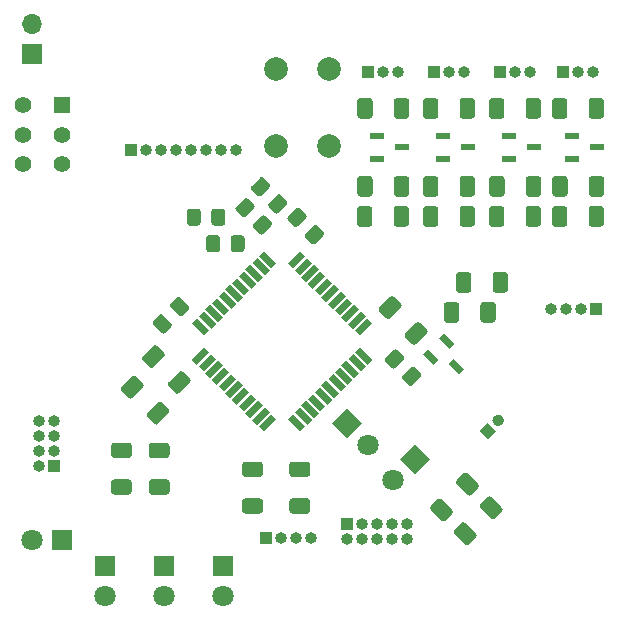
<source format=gbr>
%TF.GenerationSoftware,KiCad,Pcbnew,(5.1.9)-1*%
%TF.CreationDate,2021-03-05T00:07:22+01:00*%
%TF.ProjectId,FIGS,46494753-2e6b-4696-9361-645f70636258,1x*%
%TF.SameCoordinates,Original*%
%TF.FileFunction,Soldermask,Top*%
%TF.FilePolarity,Negative*%
%FSLAX46Y46*%
G04 Gerber Fmt 4.6, Leading zero omitted, Abs format (unit mm)*
G04 Created by KiCad (PCBNEW (5.1.9)-1) date 2021-03-05 00:07:22*
%MOMM*%
%LPD*%
G01*
G04 APERTURE LIST*
%ADD10O,1.000000X1.000000*%
%ADD11R,1.000000X1.000000*%
%ADD12C,0.100000*%
%ADD13C,2.000000*%
%ADD14C,1.400000*%
%ADD15R,1.400000X1.400000*%
%ADD16R,1.250000X0.600000*%
%ADD17C,1.800000*%
%ADD18R,1.800000X1.800000*%
%ADD19O,1.700000X1.700000*%
%ADD20R,1.700000X1.700000*%
G04 APERTURE END LIST*
D10*
%TO.C,J1*%
X55118000Y-37846000D03*
X53848000Y-37846000D03*
X52578000Y-37846000D03*
X51308000Y-37846000D03*
X50038000Y-37846000D03*
X48768000Y-37846000D03*
X47498000Y-37846000D03*
D11*
X46228000Y-37846000D03*
%TD*%
D12*
%TO.C,IC1*%
G36*
X52423907Y-53505025D02*
G01*
X51363247Y-52444365D01*
X51787511Y-52020101D01*
X52848171Y-53080761D01*
X52423907Y-53505025D01*
G37*
G36*
X52989592Y-52939340D02*
G01*
X51928932Y-51878680D01*
X52353196Y-51454416D01*
X53413856Y-52515076D01*
X52989592Y-52939340D01*
G37*
G36*
X53555278Y-52373654D02*
G01*
X52494618Y-51312994D01*
X52918882Y-50888730D01*
X53979542Y-51949390D01*
X53555278Y-52373654D01*
G37*
G36*
X54120963Y-51807969D02*
G01*
X53060303Y-50747309D01*
X53484567Y-50323045D01*
X54545227Y-51383705D01*
X54120963Y-51807969D01*
G37*
G36*
X54686649Y-51242283D02*
G01*
X53625989Y-50181623D01*
X54050253Y-49757359D01*
X55110913Y-50818019D01*
X54686649Y-51242283D01*
G37*
G36*
X55252334Y-50676598D02*
G01*
X54191674Y-49615938D01*
X54615938Y-49191674D01*
X55676598Y-50252334D01*
X55252334Y-50676598D01*
G37*
G36*
X55818019Y-50110913D02*
G01*
X54757359Y-49050253D01*
X55181623Y-48625989D01*
X56242283Y-49686649D01*
X55818019Y-50110913D01*
G37*
G36*
X56383705Y-49545227D02*
G01*
X55323045Y-48484567D01*
X55747309Y-48060303D01*
X56807969Y-49120963D01*
X56383705Y-49545227D01*
G37*
G36*
X56949390Y-48979542D02*
G01*
X55888730Y-47918882D01*
X56312994Y-47494618D01*
X57373654Y-48555278D01*
X56949390Y-48979542D01*
G37*
G36*
X57515076Y-48413856D02*
G01*
X56454416Y-47353196D01*
X56878680Y-46928932D01*
X57939340Y-47989592D01*
X57515076Y-48413856D01*
G37*
G36*
X58080761Y-47848171D02*
G01*
X57020101Y-46787511D01*
X57444365Y-46363247D01*
X58505025Y-47423907D01*
X58080761Y-47848171D01*
G37*
G36*
X60979899Y-46787511D02*
G01*
X59919239Y-47848171D01*
X59494975Y-47423907D01*
X60555635Y-46363247D01*
X60979899Y-46787511D01*
G37*
G36*
X61545584Y-47353196D02*
G01*
X60484924Y-48413856D01*
X60060660Y-47989592D01*
X61121320Y-46928932D01*
X61545584Y-47353196D01*
G37*
G36*
X62111270Y-47918882D02*
G01*
X61050610Y-48979542D01*
X60626346Y-48555278D01*
X61687006Y-47494618D01*
X62111270Y-47918882D01*
G37*
G36*
X62676955Y-48484567D02*
G01*
X61616295Y-49545227D01*
X61192031Y-49120963D01*
X62252691Y-48060303D01*
X62676955Y-48484567D01*
G37*
G36*
X63242641Y-49050253D02*
G01*
X62181981Y-50110913D01*
X61757717Y-49686649D01*
X62818377Y-48625989D01*
X63242641Y-49050253D01*
G37*
G36*
X63808326Y-49615938D02*
G01*
X62747666Y-50676598D01*
X62323402Y-50252334D01*
X63384062Y-49191674D01*
X63808326Y-49615938D01*
G37*
G36*
X64374011Y-50181623D02*
G01*
X63313351Y-51242283D01*
X62889087Y-50818019D01*
X63949747Y-49757359D01*
X64374011Y-50181623D01*
G37*
G36*
X64939697Y-50747309D02*
G01*
X63879037Y-51807969D01*
X63454773Y-51383705D01*
X64515433Y-50323045D01*
X64939697Y-50747309D01*
G37*
G36*
X65505382Y-51312994D02*
G01*
X64444722Y-52373654D01*
X64020458Y-51949390D01*
X65081118Y-50888730D01*
X65505382Y-51312994D01*
G37*
G36*
X66071068Y-51878680D02*
G01*
X65010408Y-52939340D01*
X64586144Y-52515076D01*
X65646804Y-51454416D01*
X66071068Y-51878680D01*
G37*
G36*
X66636753Y-52444365D02*
G01*
X65576093Y-53505025D01*
X65151829Y-53080761D01*
X66212489Y-52020101D01*
X66636753Y-52444365D01*
G37*
G36*
X66212489Y-55979899D02*
G01*
X65151829Y-54919239D01*
X65576093Y-54494975D01*
X66636753Y-55555635D01*
X66212489Y-55979899D01*
G37*
G36*
X65646804Y-56545584D02*
G01*
X64586144Y-55484924D01*
X65010408Y-55060660D01*
X66071068Y-56121320D01*
X65646804Y-56545584D01*
G37*
G36*
X65081118Y-57111270D02*
G01*
X64020458Y-56050610D01*
X64444722Y-55626346D01*
X65505382Y-56687006D01*
X65081118Y-57111270D01*
G37*
G36*
X64515433Y-57676955D02*
G01*
X63454773Y-56616295D01*
X63879037Y-56192031D01*
X64939697Y-57252691D01*
X64515433Y-57676955D01*
G37*
G36*
X63949747Y-58242641D02*
G01*
X62889087Y-57181981D01*
X63313351Y-56757717D01*
X64374011Y-57818377D01*
X63949747Y-58242641D01*
G37*
G36*
X63384062Y-58808326D02*
G01*
X62323402Y-57747666D01*
X62747666Y-57323402D01*
X63808326Y-58384062D01*
X63384062Y-58808326D01*
G37*
G36*
X62818377Y-59374011D02*
G01*
X61757717Y-58313351D01*
X62181981Y-57889087D01*
X63242641Y-58949747D01*
X62818377Y-59374011D01*
G37*
G36*
X62252691Y-59939697D02*
G01*
X61192031Y-58879037D01*
X61616295Y-58454773D01*
X62676955Y-59515433D01*
X62252691Y-59939697D01*
G37*
G36*
X61687006Y-60505382D02*
G01*
X60626346Y-59444722D01*
X61050610Y-59020458D01*
X62111270Y-60081118D01*
X61687006Y-60505382D01*
G37*
G36*
X61121320Y-61071068D02*
G01*
X60060660Y-60010408D01*
X60484924Y-59586144D01*
X61545584Y-60646804D01*
X61121320Y-61071068D01*
G37*
G36*
X60555635Y-61636753D02*
G01*
X59494975Y-60576093D01*
X59919239Y-60151829D01*
X60979899Y-61212489D01*
X60555635Y-61636753D01*
G37*
G36*
X58505025Y-60576093D02*
G01*
X57444365Y-61636753D01*
X57020101Y-61212489D01*
X58080761Y-60151829D01*
X58505025Y-60576093D01*
G37*
G36*
X57939340Y-60010408D02*
G01*
X56878680Y-61071068D01*
X56454416Y-60646804D01*
X57515076Y-59586144D01*
X57939340Y-60010408D01*
G37*
G36*
X57373654Y-59444722D02*
G01*
X56312994Y-60505382D01*
X55888730Y-60081118D01*
X56949390Y-59020458D01*
X57373654Y-59444722D01*
G37*
G36*
X56807969Y-58879037D02*
G01*
X55747309Y-59939697D01*
X55323045Y-59515433D01*
X56383705Y-58454773D01*
X56807969Y-58879037D01*
G37*
G36*
X56242283Y-58313351D02*
G01*
X55181623Y-59374011D01*
X54757359Y-58949747D01*
X55818019Y-57889087D01*
X56242283Y-58313351D01*
G37*
G36*
X55676598Y-57747666D02*
G01*
X54615938Y-58808326D01*
X54191674Y-58384062D01*
X55252334Y-57323402D01*
X55676598Y-57747666D01*
G37*
G36*
X55110913Y-57181981D02*
G01*
X54050253Y-58242641D01*
X53625989Y-57818377D01*
X54686649Y-56757717D01*
X55110913Y-57181981D01*
G37*
G36*
X54545227Y-56616295D02*
G01*
X53484567Y-57676955D01*
X53060303Y-57252691D01*
X54120963Y-56192031D01*
X54545227Y-56616295D01*
G37*
G36*
X53979542Y-56050610D02*
G01*
X52918882Y-57111270D01*
X52494618Y-56687006D01*
X53555278Y-55626346D01*
X53979542Y-56050610D01*
G37*
G36*
X53413856Y-55484924D02*
G01*
X52353196Y-56545584D01*
X51928932Y-56121320D01*
X52989592Y-55060660D01*
X53413856Y-55484924D01*
G37*
G36*
X52848171Y-54919239D02*
G01*
X51787511Y-55979899D01*
X51363247Y-55555635D01*
X52423907Y-54494975D01*
X52848171Y-54919239D01*
G37*
%TD*%
%TO.C,R10*%
G36*
G01*
X76820000Y-49647000D02*
X76820000Y-48397000D01*
G75*
G02*
X77070000Y-48147000I250000J0D01*
G01*
X77870000Y-48147000D01*
G75*
G02*
X78120000Y-48397000I0J-250000D01*
G01*
X78120000Y-49647000D01*
G75*
G02*
X77870000Y-49897000I-250000J0D01*
G01*
X77070000Y-49897000D01*
G75*
G02*
X76820000Y-49647000I0J250000D01*
G01*
G37*
G36*
G01*
X73720000Y-49647000D02*
X73720000Y-48397000D01*
G75*
G02*
X73970000Y-48147000I250000J0D01*
G01*
X74770000Y-48147000D01*
G75*
G02*
X75020000Y-48397000I0J-250000D01*
G01*
X75020000Y-49647000D01*
G75*
G02*
X74770000Y-49897000I-250000J0D01*
G01*
X73970000Y-49897000D01*
G75*
G02*
X73720000Y-49647000I0J250000D01*
G01*
G37*
%TD*%
D13*
%TO.C,SW2*%
X62992000Y-37488000D03*
X58492000Y-37488000D03*
X62992000Y-30988000D03*
X58492000Y-30988000D03*
%TD*%
D14*
%TO.C,SW1*%
X37086000Y-39036000D03*
X37086000Y-36536000D03*
X37086000Y-34036000D03*
X40386000Y-39036000D03*
X40386000Y-36536000D03*
D15*
X40386000Y-34036000D03*
%TD*%
%TO.C,R28*%
G36*
G01*
X69055545Y-51171662D02*
X68171662Y-52055545D01*
G75*
G02*
X67818108Y-52055545I-176777J176777D01*
G01*
X67252423Y-51489860D01*
G75*
G02*
X67252423Y-51136306I176777J176777D01*
G01*
X68136306Y-50252423D01*
G75*
G02*
X68489860Y-50252423I176777J-176777D01*
G01*
X69055545Y-50818108D01*
G75*
G02*
X69055545Y-51171662I-176777J-176777D01*
G01*
G37*
G36*
G01*
X71247577Y-53363694D02*
X70363694Y-54247577D01*
G75*
G02*
X70010140Y-54247577I-176777J176777D01*
G01*
X69444455Y-53681892D01*
G75*
G02*
X69444455Y-53328338I176777J176777D01*
G01*
X70328338Y-52444455D01*
G75*
G02*
X70681892Y-52444455I176777J-176777D01*
G01*
X71247577Y-53010140D01*
G75*
G02*
X71247577Y-53363694I-176777J-176777D01*
G01*
G37*
%TD*%
%TO.C,R27*%
G36*
G01*
X79640000Y-41519000D02*
X79640000Y-40269000D01*
G75*
G02*
X79890000Y-40019000I250000J0D01*
G01*
X80690000Y-40019000D01*
G75*
G02*
X80940000Y-40269000I0J-250000D01*
G01*
X80940000Y-41519000D01*
G75*
G02*
X80690000Y-41769000I-250000J0D01*
G01*
X79890000Y-41769000D01*
G75*
G02*
X79640000Y-41519000I0J250000D01*
G01*
G37*
G36*
G01*
X76540000Y-41519000D02*
X76540000Y-40269000D01*
G75*
G02*
X76790000Y-40019000I250000J0D01*
G01*
X77590000Y-40019000D01*
G75*
G02*
X77840000Y-40269000I0J-250000D01*
G01*
X77840000Y-41519000D01*
G75*
G02*
X77590000Y-41769000I-250000J0D01*
G01*
X76790000Y-41769000D01*
G75*
G02*
X76540000Y-41519000I0J250000D01*
G01*
G37*
%TD*%
%TO.C,R26*%
G36*
G01*
X79614000Y-34915000D02*
X79614000Y-33665000D01*
G75*
G02*
X79864000Y-33415000I250000J0D01*
G01*
X80664000Y-33415000D01*
G75*
G02*
X80914000Y-33665000I0J-250000D01*
G01*
X80914000Y-34915000D01*
G75*
G02*
X80664000Y-35165000I-250000J0D01*
G01*
X79864000Y-35165000D01*
G75*
G02*
X79614000Y-34915000I0J250000D01*
G01*
G37*
G36*
G01*
X76514000Y-34915000D02*
X76514000Y-33665000D01*
G75*
G02*
X76764000Y-33415000I250000J0D01*
G01*
X77564000Y-33415000D01*
G75*
G02*
X77814000Y-33665000I0J-250000D01*
G01*
X77814000Y-34915000D01*
G75*
G02*
X77564000Y-35165000I-250000J0D01*
G01*
X76764000Y-35165000D01*
G75*
G02*
X76514000Y-34915000I0J250000D01*
G01*
G37*
%TD*%
%TO.C,R25*%
G36*
G01*
X68464000Y-41519000D02*
X68464000Y-40269000D01*
G75*
G02*
X68714000Y-40019000I250000J0D01*
G01*
X69514000Y-40019000D01*
G75*
G02*
X69764000Y-40269000I0J-250000D01*
G01*
X69764000Y-41519000D01*
G75*
G02*
X69514000Y-41769000I-250000J0D01*
G01*
X68714000Y-41769000D01*
G75*
G02*
X68464000Y-41519000I0J250000D01*
G01*
G37*
G36*
G01*
X65364000Y-41519000D02*
X65364000Y-40269000D01*
G75*
G02*
X65614000Y-40019000I250000J0D01*
G01*
X66414000Y-40019000D01*
G75*
G02*
X66664000Y-40269000I0J-250000D01*
G01*
X66664000Y-41519000D01*
G75*
G02*
X66414000Y-41769000I-250000J0D01*
G01*
X65614000Y-41769000D01*
G75*
G02*
X65364000Y-41519000I0J250000D01*
G01*
G37*
%TD*%
%TO.C,R24*%
G36*
G01*
X68464000Y-34915000D02*
X68464000Y-33665000D01*
G75*
G02*
X68714000Y-33415000I250000J0D01*
G01*
X69514000Y-33415000D01*
G75*
G02*
X69764000Y-33665000I0J-250000D01*
G01*
X69764000Y-34915000D01*
G75*
G02*
X69514000Y-35165000I-250000J0D01*
G01*
X68714000Y-35165000D01*
G75*
G02*
X68464000Y-34915000I0J250000D01*
G01*
G37*
G36*
G01*
X65364000Y-34915000D02*
X65364000Y-33665000D01*
G75*
G02*
X65614000Y-33415000I250000J0D01*
G01*
X66414000Y-33415000D01*
G75*
G02*
X66664000Y-33665000I0J-250000D01*
G01*
X66664000Y-34915000D01*
G75*
G02*
X66414000Y-35165000I-250000J0D01*
G01*
X65614000Y-35165000D01*
G75*
G02*
X65364000Y-34915000I0J250000D01*
G01*
G37*
%TD*%
%TO.C,R23*%
G36*
G01*
X77814000Y-42809000D02*
X77814000Y-44059000D01*
G75*
G02*
X77564000Y-44309000I-250000J0D01*
G01*
X76764000Y-44309000D01*
G75*
G02*
X76514000Y-44059000I0J250000D01*
G01*
X76514000Y-42809000D01*
G75*
G02*
X76764000Y-42559000I250000J0D01*
G01*
X77564000Y-42559000D01*
G75*
G02*
X77814000Y-42809000I0J-250000D01*
G01*
G37*
G36*
G01*
X80914000Y-42809000D02*
X80914000Y-44059000D01*
G75*
G02*
X80664000Y-44309000I-250000J0D01*
G01*
X79864000Y-44309000D01*
G75*
G02*
X79614000Y-44059000I0J250000D01*
G01*
X79614000Y-42809000D01*
G75*
G02*
X79864000Y-42559000I250000J0D01*
G01*
X80664000Y-42559000D01*
G75*
G02*
X80914000Y-42809000I0J-250000D01*
G01*
G37*
%TD*%
%TO.C,R22*%
G36*
G01*
X66638000Y-42809000D02*
X66638000Y-44059000D01*
G75*
G02*
X66388000Y-44309000I-250000J0D01*
G01*
X65588000Y-44309000D01*
G75*
G02*
X65338000Y-44059000I0J250000D01*
G01*
X65338000Y-42809000D01*
G75*
G02*
X65588000Y-42559000I250000J0D01*
G01*
X66388000Y-42559000D01*
G75*
G02*
X66638000Y-42809000I0J-250000D01*
G01*
G37*
G36*
G01*
X69738000Y-42809000D02*
X69738000Y-44059000D01*
G75*
G02*
X69488000Y-44309000I-250000J0D01*
G01*
X68688000Y-44309000D01*
G75*
G02*
X68438000Y-44059000I0J250000D01*
G01*
X68438000Y-42809000D01*
G75*
G02*
X68688000Y-42559000I250000J0D01*
G01*
X69488000Y-42559000D01*
G75*
G02*
X69738000Y-42809000I0J-250000D01*
G01*
G37*
%TD*%
%TO.C,R21*%
G36*
G01*
X84974000Y-41519000D02*
X84974000Y-40269000D01*
G75*
G02*
X85224000Y-40019000I250000J0D01*
G01*
X86024000Y-40019000D01*
G75*
G02*
X86274000Y-40269000I0J-250000D01*
G01*
X86274000Y-41519000D01*
G75*
G02*
X86024000Y-41769000I-250000J0D01*
G01*
X85224000Y-41769000D01*
G75*
G02*
X84974000Y-41519000I0J250000D01*
G01*
G37*
G36*
G01*
X81874000Y-41519000D02*
X81874000Y-40269000D01*
G75*
G02*
X82124000Y-40019000I250000J0D01*
G01*
X82924000Y-40019000D01*
G75*
G02*
X83174000Y-40269000I0J-250000D01*
G01*
X83174000Y-41519000D01*
G75*
G02*
X82924000Y-41769000I-250000J0D01*
G01*
X82124000Y-41769000D01*
G75*
G02*
X81874000Y-41519000I0J250000D01*
G01*
G37*
%TD*%
%TO.C,R20*%
G36*
G01*
X84948000Y-34915000D02*
X84948000Y-33665000D01*
G75*
G02*
X85198000Y-33415000I250000J0D01*
G01*
X85998000Y-33415000D01*
G75*
G02*
X86248000Y-33665000I0J-250000D01*
G01*
X86248000Y-34915000D01*
G75*
G02*
X85998000Y-35165000I-250000J0D01*
G01*
X85198000Y-35165000D01*
G75*
G02*
X84948000Y-34915000I0J250000D01*
G01*
G37*
G36*
G01*
X81848000Y-34915000D02*
X81848000Y-33665000D01*
G75*
G02*
X82098000Y-33415000I250000J0D01*
G01*
X82898000Y-33415000D01*
G75*
G02*
X83148000Y-33665000I0J-250000D01*
G01*
X83148000Y-34915000D01*
G75*
G02*
X82898000Y-35165000I-250000J0D01*
G01*
X82098000Y-35165000D01*
G75*
G02*
X81848000Y-34915000I0J250000D01*
G01*
G37*
%TD*%
%TO.C,R19*%
G36*
G01*
X74026000Y-41519000D02*
X74026000Y-40269000D01*
G75*
G02*
X74276000Y-40019000I250000J0D01*
G01*
X75076000Y-40019000D01*
G75*
G02*
X75326000Y-40269000I0J-250000D01*
G01*
X75326000Y-41519000D01*
G75*
G02*
X75076000Y-41769000I-250000J0D01*
G01*
X74276000Y-41769000D01*
G75*
G02*
X74026000Y-41519000I0J250000D01*
G01*
G37*
G36*
G01*
X70926000Y-41519000D02*
X70926000Y-40269000D01*
G75*
G02*
X71176000Y-40019000I250000J0D01*
G01*
X71976000Y-40019000D01*
G75*
G02*
X72226000Y-40269000I0J-250000D01*
G01*
X72226000Y-41519000D01*
G75*
G02*
X71976000Y-41769000I-250000J0D01*
G01*
X71176000Y-41769000D01*
G75*
G02*
X70926000Y-41519000I0J250000D01*
G01*
G37*
%TD*%
%TO.C,R18*%
G36*
G01*
X74026000Y-34915000D02*
X74026000Y-33665000D01*
G75*
G02*
X74276000Y-33415000I250000J0D01*
G01*
X75076000Y-33415000D01*
G75*
G02*
X75326000Y-33665000I0J-250000D01*
G01*
X75326000Y-34915000D01*
G75*
G02*
X75076000Y-35165000I-250000J0D01*
G01*
X74276000Y-35165000D01*
G75*
G02*
X74026000Y-34915000I0J250000D01*
G01*
G37*
G36*
G01*
X70926000Y-34915000D02*
X70926000Y-33665000D01*
G75*
G02*
X71176000Y-33415000I250000J0D01*
G01*
X71976000Y-33415000D01*
G75*
G02*
X72226000Y-33665000I0J-250000D01*
G01*
X72226000Y-34915000D01*
G75*
G02*
X71976000Y-35165000I-250000J0D01*
G01*
X71176000Y-35165000D01*
G75*
G02*
X70926000Y-34915000I0J250000D01*
G01*
G37*
%TD*%
%TO.C,R17*%
G36*
G01*
X83148000Y-42809000D02*
X83148000Y-44059000D01*
G75*
G02*
X82898000Y-44309000I-250000J0D01*
G01*
X82098000Y-44309000D01*
G75*
G02*
X81848000Y-44059000I0J250000D01*
G01*
X81848000Y-42809000D01*
G75*
G02*
X82098000Y-42559000I250000J0D01*
G01*
X82898000Y-42559000D01*
G75*
G02*
X83148000Y-42809000I0J-250000D01*
G01*
G37*
G36*
G01*
X86248000Y-42809000D02*
X86248000Y-44059000D01*
G75*
G02*
X85998000Y-44309000I-250000J0D01*
G01*
X85198000Y-44309000D01*
G75*
G02*
X84948000Y-44059000I0J250000D01*
G01*
X84948000Y-42809000D01*
G75*
G02*
X85198000Y-42559000I250000J0D01*
G01*
X85998000Y-42559000D01*
G75*
G02*
X86248000Y-42809000I0J-250000D01*
G01*
G37*
%TD*%
%TO.C,R16*%
G36*
G01*
X72226000Y-42809000D02*
X72226000Y-44059000D01*
G75*
G02*
X71976000Y-44309000I-250000J0D01*
G01*
X71176000Y-44309000D01*
G75*
G02*
X70926000Y-44059000I0J250000D01*
G01*
X70926000Y-42809000D01*
G75*
G02*
X71176000Y-42559000I250000J0D01*
G01*
X71976000Y-42559000D01*
G75*
G02*
X72226000Y-42809000I0J-250000D01*
G01*
G37*
G36*
G01*
X75326000Y-42809000D02*
X75326000Y-44059000D01*
G75*
G02*
X75076000Y-44309000I-250000J0D01*
G01*
X74276000Y-44309000D01*
G75*
G02*
X74026000Y-44059000I0J250000D01*
G01*
X74026000Y-42809000D01*
G75*
G02*
X74276000Y-42559000I250000J0D01*
G01*
X75076000Y-42559000D01*
G75*
G02*
X75326000Y-42809000I0J-250000D01*
G01*
G37*
%TD*%
%TO.C,R14*%
G36*
G01*
X57125000Y-65505760D02*
X55875000Y-65505760D01*
G75*
G02*
X55625000Y-65255760I0J250000D01*
G01*
X55625000Y-64455760D01*
G75*
G02*
X55875000Y-64205760I250000J0D01*
G01*
X57125000Y-64205760D01*
G75*
G02*
X57375000Y-64455760I0J-250000D01*
G01*
X57375000Y-65255760D01*
G75*
G02*
X57125000Y-65505760I-250000J0D01*
G01*
G37*
G36*
G01*
X57125000Y-68605760D02*
X55875000Y-68605760D01*
G75*
G02*
X55625000Y-68355760I0J250000D01*
G01*
X55625000Y-67555760D01*
G75*
G02*
X55875000Y-67305760I250000J0D01*
G01*
X57125000Y-67305760D01*
G75*
G02*
X57375000Y-67555760I0J-250000D01*
G01*
X57375000Y-68355760D01*
G75*
G02*
X57125000Y-68605760I-250000J0D01*
G01*
G37*
%TD*%
%TO.C,R13*%
G36*
G01*
X76678338Y-69005545D02*
X75794455Y-68121662D01*
G75*
G02*
X75794455Y-67768108I176777J176777D01*
G01*
X76360140Y-67202423D01*
G75*
G02*
X76713694Y-67202423I176777J-176777D01*
G01*
X77597577Y-68086306D01*
G75*
G02*
X77597577Y-68439860I-176777J-176777D01*
G01*
X77031892Y-69005545D01*
G75*
G02*
X76678338Y-69005545I-176777J176777D01*
G01*
G37*
G36*
G01*
X74486306Y-71197577D02*
X73602423Y-70313694D01*
G75*
G02*
X73602423Y-69960140I176777J176777D01*
G01*
X74168108Y-69394455D01*
G75*
G02*
X74521662Y-69394455I176777J-176777D01*
G01*
X75405545Y-70278338D01*
G75*
G02*
X75405545Y-70631892I-176777J-176777D01*
G01*
X74839860Y-71197577D01*
G75*
G02*
X74486306Y-71197577I-176777J176777D01*
G01*
G37*
%TD*%
%TO.C,R12*%
G36*
G01*
X72521662Y-67394455D02*
X73405545Y-68278338D01*
G75*
G02*
X73405545Y-68631892I-176777J-176777D01*
G01*
X72839860Y-69197577D01*
G75*
G02*
X72486306Y-69197577I-176777J176777D01*
G01*
X71602423Y-68313694D01*
G75*
G02*
X71602423Y-67960140I176777J176777D01*
G01*
X72168108Y-67394455D01*
G75*
G02*
X72521662Y-67394455I176777J-176777D01*
G01*
G37*
G36*
G01*
X74713694Y-65202423D02*
X75597577Y-66086306D01*
G75*
G02*
X75597577Y-66439860I-176777J-176777D01*
G01*
X75031892Y-67005545D01*
G75*
G02*
X74678338Y-67005545I-176777J176777D01*
G01*
X73794455Y-66121662D01*
G75*
G02*
X73794455Y-65768108I176777J176777D01*
G01*
X74360140Y-65202423D01*
G75*
G02*
X74713694Y-65202423I176777J-176777D01*
G01*
G37*
%TD*%
%TO.C,R11*%
G36*
G01*
X61125000Y-65505760D02*
X59875000Y-65505760D01*
G75*
G02*
X59625000Y-65255760I0J250000D01*
G01*
X59625000Y-64455760D01*
G75*
G02*
X59875000Y-64205760I250000J0D01*
G01*
X61125000Y-64205760D01*
G75*
G02*
X61375000Y-64455760I0J-250000D01*
G01*
X61375000Y-65255760D01*
G75*
G02*
X61125000Y-65505760I-250000J0D01*
G01*
G37*
G36*
G01*
X61125000Y-68605760D02*
X59875000Y-68605760D01*
G75*
G02*
X59625000Y-68355760I0J250000D01*
G01*
X59625000Y-67555760D01*
G75*
G02*
X59875000Y-67305760I250000J0D01*
G01*
X61125000Y-67305760D01*
G75*
G02*
X61375000Y-67555760I0J-250000D01*
G01*
X61375000Y-68355760D01*
G75*
G02*
X61125000Y-68605760I-250000J0D01*
G01*
G37*
%TD*%
%TO.C,R9*%
G36*
G01*
X73996016Y-50937000D02*
X73996016Y-52187000D01*
G75*
G02*
X73746016Y-52437000I-250000J0D01*
G01*
X72946016Y-52437000D01*
G75*
G02*
X72696016Y-52187000I0J250000D01*
G01*
X72696016Y-50937000D01*
G75*
G02*
X72946016Y-50687000I250000J0D01*
G01*
X73746016Y-50687000D01*
G75*
G02*
X73996016Y-50937000I0J-250000D01*
G01*
G37*
G36*
G01*
X77096016Y-50937000D02*
X77096016Y-52187000D01*
G75*
G02*
X76846016Y-52437000I-250000J0D01*
G01*
X76046016Y-52437000D01*
G75*
G02*
X75796016Y-52187000I0J250000D01*
G01*
X75796016Y-50937000D01*
G75*
G02*
X76046016Y-50687000I250000J0D01*
G01*
X76846016Y-50687000D01*
G75*
G02*
X77096016Y-50937000I0J-250000D01*
G01*
G37*
%TD*%
%TO.C,R8*%
G36*
G01*
X49394455Y-57478338D02*
X50278338Y-56594455D01*
G75*
G02*
X50631892Y-56594455I176777J-176777D01*
G01*
X51197577Y-57160140D01*
G75*
G02*
X51197577Y-57513694I-176777J-176777D01*
G01*
X50313694Y-58397577D01*
G75*
G02*
X49960140Y-58397577I-176777J176777D01*
G01*
X49394455Y-57831892D01*
G75*
G02*
X49394455Y-57478338I176777J176777D01*
G01*
G37*
G36*
G01*
X47202423Y-55286306D02*
X48086306Y-54402423D01*
G75*
G02*
X48439860Y-54402423I176777J-176777D01*
G01*
X49005545Y-54968108D01*
G75*
G02*
X49005545Y-55321662I-176777J-176777D01*
G01*
X48121662Y-56205545D01*
G75*
G02*
X47768108Y-56205545I-176777J176777D01*
G01*
X47202423Y-55639860D01*
G75*
G02*
X47202423Y-55286306I176777J176777D01*
G01*
G37*
%TD*%
%TO.C,R6*%
G36*
G01*
X47594455Y-60078338D02*
X48478338Y-59194455D01*
G75*
G02*
X48831892Y-59194455I176777J-176777D01*
G01*
X49397577Y-59760140D01*
G75*
G02*
X49397577Y-60113694I-176777J-176777D01*
G01*
X48513694Y-60997577D01*
G75*
G02*
X48160140Y-60997577I-176777J176777D01*
G01*
X47594455Y-60431892D01*
G75*
G02*
X47594455Y-60078338I176777J176777D01*
G01*
G37*
G36*
G01*
X45402423Y-57886306D02*
X46286306Y-57002423D01*
G75*
G02*
X46639860Y-57002423I176777J-176777D01*
G01*
X47205545Y-57568108D01*
G75*
G02*
X47205545Y-57921662I-176777J-176777D01*
G01*
X46321662Y-58805545D01*
G75*
G02*
X45968108Y-58805545I-176777J176777D01*
G01*
X45402423Y-58239860D01*
G75*
G02*
X45402423Y-57886306I176777J176777D01*
G01*
G37*
%TD*%
%TO.C,R4*%
G36*
G01*
X46025000Y-63900000D02*
X44775000Y-63900000D01*
G75*
G02*
X44525000Y-63650000I0J250000D01*
G01*
X44525000Y-62850000D01*
G75*
G02*
X44775000Y-62600000I250000J0D01*
G01*
X46025000Y-62600000D01*
G75*
G02*
X46275000Y-62850000I0J-250000D01*
G01*
X46275000Y-63650000D01*
G75*
G02*
X46025000Y-63900000I-250000J0D01*
G01*
G37*
G36*
G01*
X46025000Y-67000000D02*
X44775000Y-67000000D01*
G75*
G02*
X44525000Y-66750000I0J250000D01*
G01*
X44525000Y-65950000D01*
G75*
G02*
X44775000Y-65700000I250000J0D01*
G01*
X46025000Y-65700000D01*
G75*
G02*
X46275000Y-65950000I0J-250000D01*
G01*
X46275000Y-66750000D01*
G75*
G02*
X46025000Y-67000000I-250000J0D01*
G01*
G37*
%TD*%
%TO.C,R2*%
G36*
G01*
X47975000Y-65700000D02*
X49225000Y-65700000D01*
G75*
G02*
X49475000Y-65950000I0J-250000D01*
G01*
X49475000Y-66750000D01*
G75*
G02*
X49225000Y-67000000I-250000J0D01*
G01*
X47975000Y-67000000D01*
G75*
G02*
X47725000Y-66750000I0J250000D01*
G01*
X47725000Y-65950000D01*
G75*
G02*
X47975000Y-65700000I250000J0D01*
G01*
G37*
G36*
G01*
X47975000Y-62600000D02*
X49225000Y-62600000D01*
G75*
G02*
X49475000Y-62850000I0J-250000D01*
G01*
X49475000Y-63650000D01*
G75*
G02*
X49225000Y-63900000I-250000J0D01*
G01*
X47975000Y-63900000D01*
G75*
G02*
X47725000Y-63650000I0J250000D01*
G01*
X47725000Y-62850000D01*
G75*
G02*
X47975000Y-62600000I250000J0D01*
G01*
G37*
%TD*%
D12*
%TO.C,Q5*%
G36*
X73972272Y-56796536D02*
G01*
X73088388Y-55912652D01*
X73512652Y-55488388D01*
X74396536Y-56372272D01*
X73972272Y-56796536D01*
G37*
G36*
X71812061Y-55986899D02*
G01*
X70928177Y-55103015D01*
X71352441Y-54678751D01*
X72236325Y-55562635D01*
X71812061Y-55986899D01*
G37*
G36*
X73162635Y-54636325D02*
G01*
X72278751Y-53752441D01*
X72703015Y-53328177D01*
X73586899Y-54212061D01*
X73162635Y-54636325D01*
G37*
%TD*%
D16*
%TO.C,Q4*%
X80298000Y-37592000D03*
X78198000Y-38547000D03*
X78198000Y-36637000D03*
%TD*%
%TO.C,Q3*%
X69122000Y-37592000D03*
X67022000Y-38547000D03*
X67022000Y-36637000D03*
%TD*%
%TO.C,Q2*%
X85632000Y-37592000D03*
X83532000Y-38547000D03*
X83532000Y-36637000D03*
%TD*%
%TO.C,Q1*%
X74710000Y-37592000D03*
X72610000Y-38547000D03*
X72610000Y-36637000D03*
%TD*%
%TO.C,J10*%
G36*
G01*
X76944473Y-60348421D02*
X76944473Y-60348421D01*
G75*
G02*
X77651579Y-60348421I353553J-353553D01*
G01*
X77651579Y-60348421D01*
G75*
G02*
X77651579Y-61055527I-353553J-353553D01*
G01*
X77651579Y-61055527D01*
G75*
G02*
X76944473Y-61055527I-353553J353553D01*
G01*
X76944473Y-61055527D01*
G75*
G02*
X76944473Y-60348421I353553J353553D01*
G01*
G37*
D12*
G36*
X75692893Y-61600000D02*
G01*
X76400000Y-60892893D01*
X77107107Y-61600000D01*
X76400000Y-62307107D01*
X75692893Y-61600000D01*
G37*
%TD*%
D10*
%TO.C,J9*%
X68834000Y-31242000D03*
X67564000Y-31242000D03*
D11*
X66294000Y-31242000D03*
%TD*%
D10*
%TO.C,J8*%
X69580000Y-70770000D03*
X69580000Y-69500000D03*
X68310000Y-70770000D03*
X68310000Y-69500000D03*
X67040000Y-70770000D03*
X67040000Y-69500000D03*
X65770000Y-70770000D03*
X65770000Y-69500000D03*
X64500000Y-70770000D03*
D11*
X64500000Y-69500000D03*
%TD*%
D10*
%TO.C,J7*%
X74422000Y-31242000D03*
X73152000Y-31242000D03*
D11*
X71882000Y-31242000D03*
%TD*%
D10*
%TO.C,J6*%
X80010000Y-31242000D03*
X78740000Y-31242000D03*
D11*
X77470000Y-31242000D03*
%TD*%
D10*
%TO.C,J5*%
X85344000Y-31242000D03*
X84074000Y-31242000D03*
D11*
X82804000Y-31242000D03*
%TD*%
D10*
%TO.C,J4*%
X61452760Y-70657720D03*
X60182760Y-70657720D03*
X58912760Y-70657720D03*
D11*
X57642760Y-70657720D03*
%TD*%
D10*
%TO.C,J3*%
X81788000Y-51308000D03*
X83058000Y-51308000D03*
X84328000Y-51308000D03*
D11*
X85598000Y-51308000D03*
%TD*%
D10*
%TO.C,J2*%
X38400000Y-60790000D03*
X39670000Y-60790000D03*
X38400000Y-62060000D03*
X39670000Y-62060000D03*
X38400000Y-63330000D03*
X39670000Y-63330000D03*
X38400000Y-64600000D03*
D11*
X39670000Y-64600000D03*
%TD*%
D17*
%TO.C,D6*%
X68434949Y-65796051D03*
D12*
G36*
X70231000Y-62727208D02*
G01*
X71503792Y-64000000D01*
X70231000Y-65272792D01*
X68958208Y-64000000D01*
X70231000Y-62727208D01*
G37*
%TD*%
D17*
%TO.C,D5*%
X66296051Y-62761131D03*
D12*
G36*
X63227208Y-60965080D02*
G01*
X64500000Y-59692288D01*
X65772792Y-60965080D01*
X64500000Y-62237872D01*
X63227208Y-60965080D01*
G37*
%TD*%
D17*
%TO.C,D4*%
X37846000Y-70866000D03*
D18*
X40386000Y-70866000D03*
%TD*%
D17*
%TO.C,D3*%
X44000000Y-75540000D03*
D18*
X44000000Y-73000000D03*
%TD*%
D17*
%TO.C,D2*%
X49000000Y-75540000D03*
D18*
X49000000Y-73000000D03*
%TD*%
D17*
%TO.C,D1*%
X54000000Y-75540000D03*
D18*
X54000000Y-73000000D03*
%TD*%
%TO.C,C10*%
G36*
G01*
X69232322Y-56904073D02*
X69904073Y-56232322D01*
G75*
G02*
X70257627Y-56232322I176777J-176777D01*
G01*
X70734924Y-56709619D01*
G75*
G02*
X70734924Y-57063173I-176777J-176777D01*
G01*
X70063173Y-57734924D01*
G75*
G02*
X69709619Y-57734924I-176777J176777D01*
G01*
X69232322Y-57257627D01*
G75*
G02*
X69232322Y-56904073I176777J176777D01*
G01*
G37*
G36*
G01*
X67765076Y-55436827D02*
X68436827Y-54765076D01*
G75*
G02*
X68790381Y-54765076I176777J-176777D01*
G01*
X69267678Y-55242373D01*
G75*
G02*
X69267678Y-55595927I-176777J-176777D01*
G01*
X68595927Y-56267678D01*
G75*
G02*
X68242373Y-56267678I-176777J176777D01*
G01*
X67765076Y-55790381D01*
G75*
G02*
X67765076Y-55436827I176777J176777D01*
G01*
G37*
%TD*%
%TO.C,C9*%
G36*
G01*
X48945927Y-51782322D02*
X49617678Y-52454073D01*
G75*
G02*
X49617678Y-52807627I-176777J-176777D01*
G01*
X49140381Y-53284924D01*
G75*
G02*
X48786827Y-53284924I-176777J176777D01*
G01*
X48115076Y-52613173D01*
G75*
G02*
X48115076Y-52259619I176777J176777D01*
G01*
X48592373Y-51782322D01*
G75*
G02*
X48945927Y-51782322I176777J-176777D01*
G01*
G37*
G36*
G01*
X50413173Y-50315076D02*
X51084924Y-50986827D01*
G75*
G02*
X51084924Y-51340381I-176777J-176777D01*
G01*
X50607627Y-51817678D01*
G75*
G02*
X50254073Y-51817678I-176777J176777D01*
G01*
X49582322Y-51145927D01*
G75*
G02*
X49582322Y-50792373I176777J176777D01*
G01*
X50059619Y-50315076D01*
G75*
G02*
X50413173Y-50315076I176777J-176777D01*
G01*
G37*
%TD*%
%TO.C,C8*%
G36*
G01*
X61017678Y-43595927D02*
X60345927Y-44267678D01*
G75*
G02*
X59992373Y-44267678I-176777J176777D01*
G01*
X59515076Y-43790381D01*
G75*
G02*
X59515076Y-43436827I176777J176777D01*
G01*
X60186827Y-42765076D01*
G75*
G02*
X60540381Y-42765076I176777J-176777D01*
G01*
X61017678Y-43242373D01*
G75*
G02*
X61017678Y-43595927I-176777J-176777D01*
G01*
G37*
G36*
G01*
X62484924Y-45063173D02*
X61813173Y-45734924D01*
G75*
G02*
X61459619Y-45734924I-176777J176777D01*
G01*
X60982322Y-45257627D01*
G75*
G02*
X60982322Y-44904073I176777J176777D01*
G01*
X61654073Y-44232322D01*
G75*
G02*
X62007627Y-44232322I176777J-176777D01*
G01*
X62484924Y-44709619D01*
G75*
G02*
X62484924Y-45063173I-176777J-176777D01*
G01*
G37*
%TD*%
%TO.C,C6*%
G36*
G01*
X57894322Y-42310073D02*
X58566073Y-41638322D01*
G75*
G02*
X58919627Y-41638322I176777J-176777D01*
G01*
X59396924Y-42115619D01*
G75*
G02*
X59396924Y-42469173I-176777J-176777D01*
G01*
X58725173Y-43140924D01*
G75*
G02*
X58371619Y-43140924I-176777J176777D01*
G01*
X57894322Y-42663627D01*
G75*
G02*
X57894322Y-42310073I176777J176777D01*
G01*
G37*
G36*
G01*
X56427076Y-40842827D02*
X57098827Y-40171076D01*
G75*
G02*
X57452381Y-40171076I176777J-176777D01*
G01*
X57929678Y-40648373D01*
G75*
G02*
X57929678Y-41001927I-176777J-176777D01*
G01*
X57257927Y-41673678D01*
G75*
G02*
X56904373Y-41673678I-176777J176777D01*
G01*
X56427076Y-41196381D01*
G75*
G02*
X56427076Y-40842827I176777J176777D01*
G01*
G37*
%TD*%
%TO.C,C5*%
G36*
G01*
X52117840Y-43025000D02*
X52117840Y-43975000D01*
G75*
G02*
X51867840Y-44225000I-250000J0D01*
G01*
X51192840Y-44225000D01*
G75*
G02*
X50942840Y-43975000I0J250000D01*
G01*
X50942840Y-43025000D01*
G75*
G02*
X51192840Y-42775000I250000J0D01*
G01*
X51867840Y-42775000D01*
G75*
G02*
X52117840Y-43025000I0J-250000D01*
G01*
G37*
G36*
G01*
X54192840Y-43025000D02*
X54192840Y-43975000D01*
G75*
G02*
X53942840Y-44225000I-250000J0D01*
G01*
X53267840Y-44225000D01*
G75*
G02*
X53017840Y-43975000I0J250000D01*
G01*
X53017840Y-43025000D01*
G75*
G02*
X53267840Y-42775000I250000J0D01*
G01*
X53942840Y-42775000D01*
G75*
G02*
X54192840Y-43025000I0J-250000D01*
G01*
G37*
%TD*%
%TO.C,C3*%
G36*
G01*
X56582322Y-44088073D02*
X57254073Y-43416322D01*
G75*
G02*
X57607627Y-43416322I176777J-176777D01*
G01*
X58084924Y-43893619D01*
G75*
G02*
X58084924Y-44247173I-176777J-176777D01*
G01*
X57413173Y-44918924D01*
G75*
G02*
X57059619Y-44918924I-176777J176777D01*
G01*
X56582322Y-44441627D01*
G75*
G02*
X56582322Y-44088073I176777J176777D01*
G01*
G37*
G36*
G01*
X55115076Y-42620827D02*
X55786827Y-41949076D01*
G75*
G02*
X56140381Y-41949076I176777J-176777D01*
G01*
X56617678Y-42426373D01*
G75*
G02*
X56617678Y-42779927I-176777J-176777D01*
G01*
X55945927Y-43451678D01*
G75*
G02*
X55592373Y-43451678I-176777J176777D01*
G01*
X55115076Y-42974381D01*
G75*
G02*
X55115076Y-42620827I176777J176777D01*
G01*
G37*
%TD*%
%TO.C,C2*%
G36*
G01*
X53750000Y-45275000D02*
X53750000Y-46225000D01*
G75*
G02*
X53500000Y-46475000I-250000J0D01*
G01*
X52825000Y-46475000D01*
G75*
G02*
X52575000Y-46225000I0J250000D01*
G01*
X52575000Y-45275000D01*
G75*
G02*
X52825000Y-45025000I250000J0D01*
G01*
X53500000Y-45025000D01*
G75*
G02*
X53750000Y-45275000I0J-250000D01*
G01*
G37*
G36*
G01*
X55825000Y-45275000D02*
X55825000Y-46225000D01*
G75*
G02*
X55575000Y-46475000I-250000J0D01*
G01*
X54900000Y-46475000D01*
G75*
G02*
X54650000Y-46225000I0J250000D01*
G01*
X54650000Y-45275000D01*
G75*
G02*
X54900000Y-45025000I250000J0D01*
G01*
X55575000Y-45025000D01*
G75*
G02*
X55825000Y-45275000I0J-250000D01*
G01*
G37*
%TD*%
D19*
%TO.C,BT1*%
X37846000Y-27178000D03*
D20*
X37846000Y-29718000D03*
%TD*%
M02*

</source>
